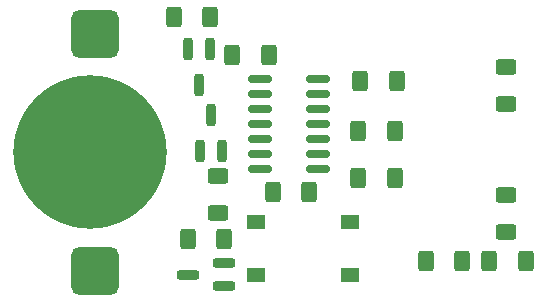
<source format=gtp>
G04 #@! TF.GenerationSoftware,KiCad,Pcbnew,9.0.1*
G04 #@! TF.CreationDate,2025-09-23T20:38:02+02:00*
G04 #@! TF.ProjectId,kostka-smd,6b6f7374-6b61-42d7-936d-642e6b696361,1*
G04 #@! TF.SameCoordinates,Original*
G04 #@! TF.FileFunction,Paste,Top*
G04 #@! TF.FilePolarity,Positive*
%FSLAX46Y46*%
G04 Gerber Fmt 4.6, Leading zero omitted, Abs format (unit mm)*
G04 Created by KiCad (PCBNEW 9.0.1) date 2025-09-23 20:38:02*
%MOMM*%
%LPD*%
G01*
G04 APERTURE LIST*
G04 Aperture macros list*
%AMRoundRect*
0 Rectangle with rounded corners*
0 $1 Rounding radius*
0 $2 $3 $4 $5 $6 $7 $8 $9 X,Y pos of 4 corners*
0 Add a 4 corners polygon primitive as box body*
4,1,4,$2,$3,$4,$5,$6,$7,$8,$9,$2,$3,0*
0 Add four circle primitives for the rounded corners*
1,1,$1+$1,$2,$3*
1,1,$1+$1,$4,$5*
1,1,$1+$1,$6,$7*
1,1,$1+$1,$8,$9*
0 Add four rect primitives between the rounded corners*
20,1,$1+$1,$2,$3,$4,$5,0*
20,1,$1+$1,$4,$5,$6,$7,0*
20,1,$1+$1,$6,$7,$8,$9,0*
20,1,$1+$1,$8,$9,$2,$3,0*%
G04 Aperture macros list end*
%ADD10RoundRect,0.250000X0.625000X-0.400000X0.625000X0.400000X-0.625000X0.400000X-0.625000X-0.400000X0*%
%ADD11RoundRect,0.150000X-0.825000X-0.150000X0.825000X-0.150000X0.825000X0.150000X-0.825000X0.150000X0*%
%ADD12RoundRect,0.250000X0.400000X0.625000X-0.400000X0.625000X-0.400000X-0.625000X0.400000X-0.625000X0*%
%ADD13RoundRect,0.200000X0.200000X-0.750000X0.200000X0.750000X-0.200000X0.750000X-0.200000X-0.750000X0*%
%ADD14RoundRect,0.250000X-0.400000X-0.625000X0.400000X-0.625000X0.400000X0.625000X-0.400000X0.625000X0*%
%ADD15R,1.550000X1.300000*%
%ADD16RoundRect,0.200000X-0.200000X0.750000X-0.200000X-0.750000X0.200000X-0.750000X0.200000X0.750000X0*%
%ADD17RoundRect,0.600000X1.400000X-1.400000X1.400000X1.400000X-1.400000X1.400000X-1.400000X-1.400000X0*%
%ADD18C,13.000000*%
%ADD19RoundRect,0.200000X0.750000X0.200000X-0.750000X0.200000X-0.750000X-0.200000X0.750000X-0.200000X0*%
G04 APERTURE END LIST*
D10*
X179600000Y-88550000D03*
X179600000Y-85450000D03*
D11*
X158725000Y-86390000D03*
X158725000Y-87660000D03*
X158725000Y-88930000D03*
X158725000Y-90200000D03*
X158725000Y-91470000D03*
X158725000Y-92740000D03*
X158725000Y-94010000D03*
X163675000Y-94010000D03*
X163675000Y-92740000D03*
X163675000Y-91470000D03*
X163675000Y-90200000D03*
X163675000Y-88930000D03*
X163675000Y-87660000D03*
X163675000Y-86390000D03*
D10*
X179600000Y-99350000D03*
X179600000Y-96250000D03*
D12*
X170150000Y-90800000D03*
X167050000Y-90800000D03*
D13*
X153650000Y-92500000D03*
X155550000Y-92500000D03*
X154600000Y-89500000D03*
D12*
X159500000Y-84400000D03*
X156400000Y-84400000D03*
D14*
X151450000Y-81200000D03*
X154550000Y-81200000D03*
D12*
X162950000Y-96000000D03*
X159850000Y-96000000D03*
X155750000Y-100000000D03*
X152650000Y-100000000D03*
X175880000Y-101800000D03*
X172780000Y-101800000D03*
D15*
X166380000Y-103050000D03*
X158420000Y-103050000D03*
X166380000Y-98550000D03*
X158420000Y-98550000D03*
D16*
X154550000Y-83900000D03*
X152650000Y-83900000D03*
X153600000Y-86900000D03*
D10*
X155200000Y-97750000D03*
X155200000Y-94650000D03*
D12*
X170350000Y-86600000D03*
X167250000Y-86600000D03*
D17*
X144800000Y-102700000D03*
X144800000Y-82600000D03*
D18*
X144350000Y-92650000D03*
D12*
X181280000Y-101800000D03*
X178180000Y-101800000D03*
D19*
X155700000Y-103950000D03*
X155700000Y-102050000D03*
X152700000Y-103000000D03*
D12*
X170150000Y-94800000D03*
X167050000Y-94800000D03*
M02*

</source>
